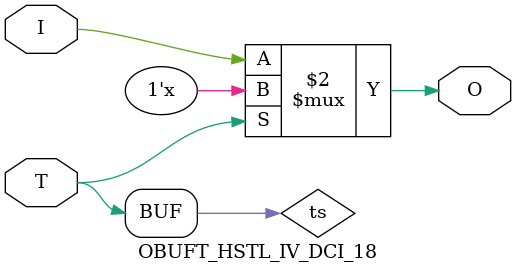
<source format=v>

/*

FUNCTION    : TRI-STATE OUTPUT BUFFER

*/

`celldefine
`timescale  100 ps / 10 ps

module OBUFT_HSTL_IV_DCI_18 (O, I, T);

    output O;

    input  I, T;

    or O1 (ts, 1'b0, T);
    bufif0 T1 (O, I, ts);

endmodule

</source>
